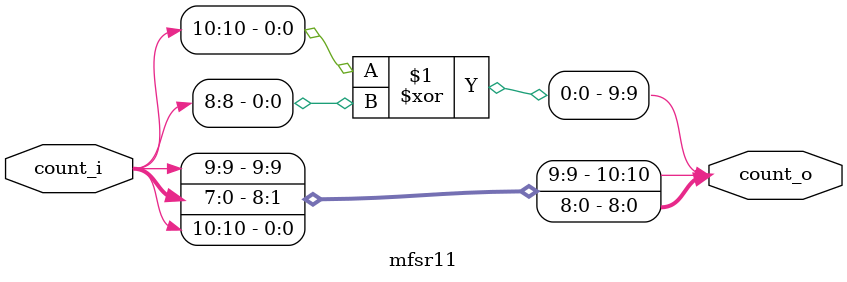
<source format=v>
/***************************************************************************
 *                                                                         *
 *   MFSR11.v - One of Roy Ward's ultra tricky Multiple Feed-back Shift    *
 *     Registers (MFSR). This one is 11-bits wide.                         *
 *                                                                         *
 *   Copyright (C) 2006 by Patrick Suggate and Roy Ward                    *
 *   patrick@physics.otago.ac.nz                                           *
 *                                                                         *
 *   This program is free software; you can redistribute it and/or modify  *
 *   it under the terms of the GNU General Public License as published by  *
 *   the Free Software Foundation; either version 2 of the License, or     *
 *   (at your option) any later version.                                   *
 *                                                                         *
 *   This program is distributed in the hope that it will be useful,       *
 *   but WITHOUT ANY WARRANTY; without even the implied warranty of        *
 *   MERCHANTABILITY or FITNESS FOR A PARTICULAR PURPOSE.  See the         *
 *   GNU General Public License for more details.                          *
 *                                                                         *
 *   You should have received a copy of the GNU General Public License     *
 *   along with this program; if not, write to the                         *
 *   Free Software Foundation, Inc.,                                       *
 *   59 Temple Place - Suite 330, Boston, MA  02111-1307, USA.             *
 ***************************************************************************/

`timescale 1ns/100ps
module	mfsr11 (
	input	[10:0]		count_i,
	output	[10:0]		count_o
	);
	
	assign	#1 count_o	= {count_i[9], count_i[10]^count_i[8], count_i[7:0], count_i[10]};
	
endmodule	//	mfsr

</source>
